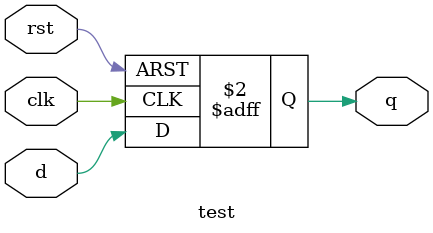
<source format=v>
module test(input d, clk, rst, output reg q);
always @(negedge clk or posedge rst) 
    if(rst)
	    q <= 0;
	else	
        q <= d;
endmodule	

</source>
